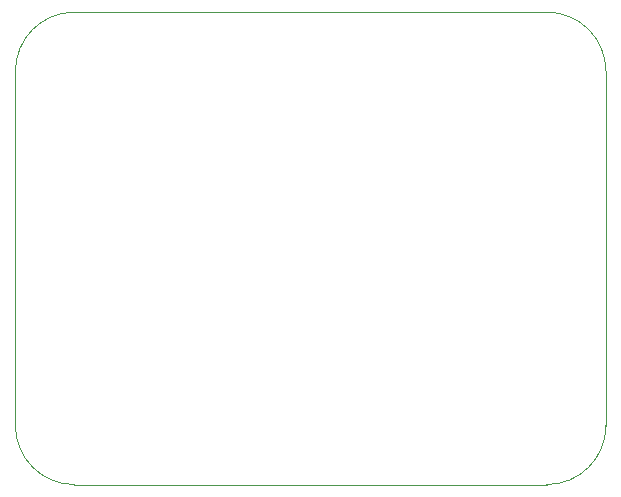
<source format=gbr>
%TF.GenerationSoftware,KiCad,Pcbnew,7.0.7*%
%TF.CreationDate,2023-09-18T20:54:05+05:30*%
%TF.ProjectId,STM32,53544d33-322e-46b6-9963-61645f706362,rev?*%
%TF.SameCoordinates,Original*%
%TF.FileFunction,Profile,NP*%
%FSLAX46Y46*%
G04 Gerber Fmt 4.6, Leading zero omitted, Abs format (unit mm)*
G04 Created by KiCad (PCBNEW 7.0.7) date 2023-09-18 20:54:05*
%MOMM*%
%LPD*%
G01*
G04 APERTURE LIST*
%TA.AperFunction,Profile*%
%ADD10C,0.100000*%
%TD*%
G04 APERTURE END LIST*
D10*
X70000000Y-57500000D02*
X110000000Y-57500000D01*
X110000000Y-97500000D02*
X70000000Y-97500000D01*
X115000000Y-62500000D02*
G75*
G03*
X110000000Y-57500000I-5000000J0D01*
G01*
X65000000Y-92500000D02*
G75*
G03*
X70000000Y-97500000I5000000J0D01*
G01*
X115000000Y-92500000D02*
X115000000Y-62500000D01*
X110000000Y-97500000D02*
G75*
G03*
X115000000Y-92500000I0J5000000D01*
G01*
X65000000Y-92500000D02*
X65000000Y-62500000D01*
X70000000Y-57500000D02*
G75*
G03*
X65000000Y-62500000I0J-5000000D01*
G01*
M02*

</source>
